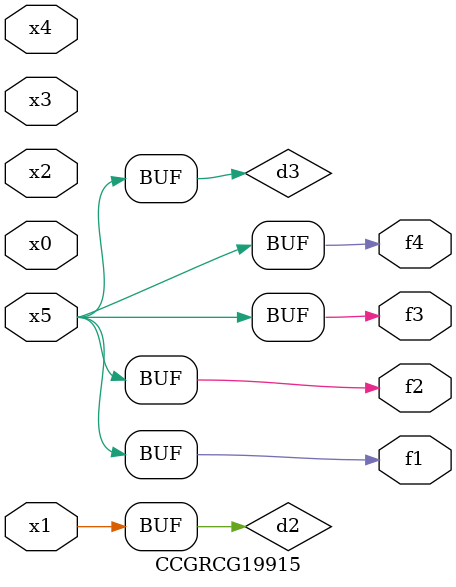
<source format=v>
module CCGRCG19915(
	input x0, x1, x2, x3, x4, x5,
	output f1, f2, f3, f4
);

	wire d1, d2, d3;

	not (d1, x5);
	or (d2, x1);
	xnor (d3, d1);
	assign f1 = d3;
	assign f2 = d3;
	assign f3 = d3;
	assign f4 = d3;
endmodule

</source>
